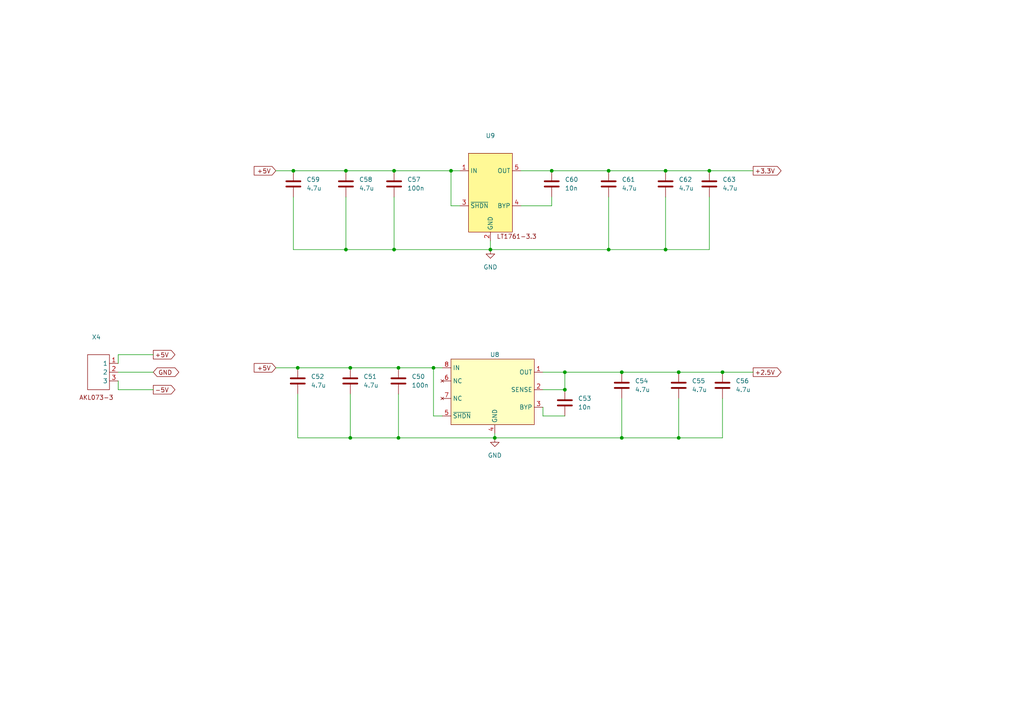
<source format=kicad_sch>
(kicad_sch (version 20250114) (generator "eeschema") (generator_version "9.0")
  (paper "A4")
  (lib_symbols
    (symbol "Device:C" (pin_numbers (hide yes)) (pin_names (offset 0.254))
      (property "Reference" "C" (at 0.635 2.54 0))
      (property "Value" "C" (at 0.635 -2.54 0))
      (symbol "C_0_1"
        (polyline (pts (xy -2.032 0.762) (xy 2.032 0.762)) (stroke (width 0.508)))
        (polyline (pts (xy -2.032 -0.762) (xy 2.032 -0.762)) (stroke (width 0.508)))
      )
      (symbol "C_1_1"
        (pin passive line (at 0 3.81 270) (length 2.794) (name "~") (number "1"))
        (pin passive line (at 0 -3.81 90) (length 2.794) (name "~") (number "2"))
      )
    )
    (symbol "LT1761IS5-3.3:LT176-X"
      (property "Reference" "U9" (at 0 15.24 0))
      (symbol "LT176-X_1_1"
        (rectangle (start -6.35 11.43) (end 6.35 -11.43) (fill (type color) (color 255 249 150 1)))
        (text "LT1761-3.3\n" (at 7.62 -12.7 0) (effects (font (size 1.27 1.27))))
        (pin input line (at -8.89 6.35 0) (length 2.54) (name "IN") (number "1"))
        (pin input line (at -8.89 -3.81 0) (length 2.54) (name "~{SHDN}") (number "3"))
        (pin passive line (at 0 -13.97 90) (length 2.54) (name "GND") (number "2"))
        (pin output line (at 8.89 6.35 180) (length 2.54) (name "OUT") (number "5"))
        (pin output line (at 8.89 -3.81 180) (length 2.54) (name "BYP") (number "4"))
      )
    )
    (symbol "LT1762EMS8-2V5-new:LT1762EMS8-2V5"
      (property "Reference" "U8" (at 0 14.986 0))
      (symbol "LT1762EMS8-2V5_1_1"
        (rectangle (start -12.7 12.7) (end 11.43 -6.35) (fill (type background)))
        (pin input line (at -15.24 10.16 0) (length 2.54) (name "IN") (number "8"))
        (pin no_connect line (at -15.24 6.35 0) (length 2.54) (name "NC") (number "6"))
        (pin no_connect line (at -15.24 1.27 0) (length 2.54) (name "NC") (number "7"))
        (pin input line (at -15.24 -3.81 0) (length 2.54) (name "~{SHDN}") (number "5"))
        (pin power_out line (at 0 -8.89 90) (length 2.54) (name "GND") (number "4"))
        (pin output line (at 13.97 8.89 180) (length 2.54) (name "OUT") (number "1"))
        (pin input line (at 13.97 3.81 180) (length 2.54) (name "SENSE") (number "2"))
        (pin output line (at 13.97 -1.27 180) (length 2.54) (name "BYP") (number "3"))
      )
    )
    (symbol "MetzConnect_AKL_073-3-new:MetzConnect_AKL_073-3"
      (property "Reference" "X4" (at 0 7.62 0))
      (symbol "MetzConnect_AKL_073-3_0_1"
        (rectangle (start -2.54 6.35) (end 3.81 -3.81))
      )
      (symbol "MetzConnect_AKL_073-3_1_1"
        (text "AKL073-3\n\n\n\n\n" (at 0 -10.16 0) (effects (font (size 1.27 1.27))))
        (pin output line (at 6.35 3.81 180) (length 2.54) (name "1") (number "1"))
        (pin passive line (at 6.35 1.27 180) (length 2.54) (name "2") (number "2"))
        (pin output line (at 6.35 -1.27 180) (length 2.54) (name "3") (number "3"))
      )
    )
    (symbol "power:GND" (power) (pin_numbers (hide yes)) (pin_names (offset 0) (hide yes))
      (property "Value" "GND" (at 0 -3.81 0))
      (symbol "GND_0_1"
        (polyline (pts (xy 0 0) (xy 0 -1.27) (xy 1.27 -1.27) (xy 0 -2.54) (xy -1.27 -1.27) (xy 0 -1.27)))
      )
      (symbol "GND_1_1"
        (pin power_in line (at 0 0 270) (length 0) (name "~") (number "1"))
      )
    )
  )
  (junction (at 193.04 49.53))
  (junction (at 142.24 72.39))
  (junction (at 180.34 107.95))
  (junction (at 115.57 106.68))
  (junction (at 100.33 49.53))
  (junction (at 176.53 72.39))
  (junction (at 125.73 106.68))
  (junction (at 196.85 127))
  (junction (at 130.81 49.53))
  (junction (at 163.83 107.95))
  (junction (at 101.6 127))
  (junction (at 114.3 49.53))
  (junction (at 196.85 107.95))
  (junction (at 193.04 72.39))
  (junction (at 115.57 127))
  (junction (at 85.09 49.53))
  (junction (at 143.51 127))
  (junction (at 205.74 49.53))
  (junction (at 209.55 107.95))
  (junction (at 180.34 127))
  (junction (at 101.6 106.68))
  (junction (at 163.83 113.03))
  (junction (at 114.3 72.39))
  (junction (at 100.33 72.39))
  (junction (at 160.02 49.53))
  (junction (at 176.53 49.53))
  (junction (at 86.36 106.68))
  (wire (pts (xy 34.29 113.03) (xy 34.29 110.49)))
  (wire (pts (xy 143.51 125.73) (xy 143.51 127)))
  (wire (pts (xy 157.48 107.95) (xy 163.83 107.95)))
  (wire (pts (xy 193.04 57.15) (xy 193.04 72.39)))
  (wire (pts (xy 86.36 114.3) (xy 86.36 127)))
  (wire (pts (xy 193.04 72.39) (xy 176.53 72.39)))
  (wire (pts (xy 115.57 127) (xy 143.51 127)))
  (wire (pts (xy 160.02 49.53) (xy 176.53 49.53)))
  (wire (pts (xy 157.48 113.03) (xy 163.83 113.03)))
  (wire (pts (xy 163.83 107.95) (xy 163.83 113.03)))
  (wire (pts (xy 196.85 107.95) (xy 209.55 107.95)))
  (wire (pts (xy 176.53 72.39) (xy 142.24 72.39)))
  (wire (pts (xy 180.34 127) (xy 143.51 127)))
  (wire (pts (xy 125.73 120.65) (xy 125.73 106.68)))
  (wire (pts (xy 133.35 59.69) (xy 130.81 59.69)))
  (wire (pts (xy 34.29 107.95) (xy 44.45 107.95)))
  (wire (pts (xy 100.33 49.53) (xy 114.3 49.53)))
  (wire (pts (xy 160.02 59.69) (xy 151.13 59.69)))
  (wire (pts (xy 101.6 127) (xy 115.57 127)))
  (wire (pts (xy 130.81 49.53) (xy 133.35 49.53)))
  (wire (pts (xy 176.53 57.15) (xy 176.53 72.39)))
  (wire (pts (xy 209.55 107.95) (xy 218.44 107.95)))
  (wire (pts (xy 115.57 106.68) (xy 125.73 106.68)))
  (wire (pts (xy 100.33 57.15) (xy 100.33 72.39)))
  (wire (pts (xy 86.36 127) (xy 101.6 127)))
  (wire (pts (xy 151.13 49.53) (xy 160.02 49.53)))
  (wire (pts (xy 100.33 72.39) (xy 114.3 72.39)))
  (wire (pts (xy 205.74 49.53) (xy 218.44 49.53)))
  (wire (pts (xy 85.09 72.39) (xy 100.33 72.39)))
  (wire (pts (xy 80.01 106.68) (xy 86.36 106.68)))
  (wire (pts (xy 180.34 107.95) (xy 196.85 107.95)))
  (wire (pts (xy 44.45 113.03) (xy 34.29 113.03)))
  (wire (pts (xy 125.73 106.68) (xy 128.27 106.68)))
  (wire (pts (xy 101.6 106.68) (xy 115.57 106.68)))
  (wire (pts (xy 160.02 57.15) (xy 160.02 59.69)))
  (wire (pts (xy 209.55 115.57) (xy 209.55 127)))
  (wire (pts (xy 115.57 114.3) (xy 115.57 127)))
  (wire (pts (xy 85.09 49.53) (xy 100.33 49.53)))
  (wire (pts (xy 196.85 127) (xy 180.34 127)))
  (wire (pts (xy 85.09 57.15) (xy 85.09 72.39)))
  (wire (pts (xy 114.3 57.15) (xy 114.3 72.39)))
  (wire (pts (xy 142.24 69.85) (xy 142.24 72.39)))
  (wire (pts (xy 176.53 49.53) (xy 193.04 49.53)))
  (wire (pts (xy 101.6 114.3) (xy 101.6 127)))
  (wire (pts (xy 157.48 120.65) (xy 157.48 118.11)))
  (wire (pts (xy 180.34 115.57) (xy 180.34 127)))
  (wire (pts (xy 114.3 72.39) (xy 142.24 72.39)))
  (wire (pts (xy 114.3 49.53) (xy 130.81 49.53)))
  (wire (pts (xy 80.01 49.53) (xy 85.09 49.53)))
  (wire (pts (xy 34.29 105.41) (xy 34.29 102.87)))
  (wire (pts (xy 128.27 120.65) (xy 125.73 120.65)))
  (wire (pts (xy 205.74 57.15) (xy 205.74 72.39)))
  (wire (pts (xy 163.83 120.65) (xy 157.48 120.65)))
  (wire (pts (xy 193.04 49.53) (xy 205.74 49.53)))
  (wire (pts (xy 196.85 115.57) (xy 196.85 127)))
  (wire (pts (xy 130.81 59.69) (xy 130.81 49.53)))
  (wire (pts (xy 205.74 72.39) (xy 193.04 72.39)))
  (wire (pts (xy 209.55 127) (xy 196.85 127)))
  (wire (pts (xy 86.36 106.68) (xy 101.6 106.68)))
  (wire (pts (xy 163.83 107.95) (xy 180.34 107.95)))
  (wire (pts (xy 34.29 102.87) (xy 44.45 102.87)))
  (global_label "+5V" (shape input) (at 80.01 106.68 180) (property "Intersheetrefs" "${INTERSHEET_REFS}" (effects (hide yes))))
  (global_label "+3.3V" (shape output) (at 218.44 49.53 0) (property "Intersheetrefs" "${INTERSHEET_REFS}" (effects (hide yes))))
  (global_label "+5V" (shape output) (at 44.45 102.87 0) (property "Intersheetrefs" "${INTERSHEET_REFS}" (effects (hide yes))))
  (global_label "GND" (shape bidirectional) (at 44.45 107.95 0) (property "Intersheetrefs" "${INTERSHEET_REFS}" (effects (hide yes))))
  (global_label "-5V" (shape output) (at 44.45 113.03 0) (property "Intersheetrefs" "${INTERSHEET_REFS}" (effects (hide yes))))
  (global_label "+2.5V" (shape output) (at 218.44 107.95 0) (property "Intersheetrefs" "${INTERSHEET_REFS}" (effects (hide yes))))
  (global_label "+5V" (shape input) (at 80.01 49.53 180) (property "Intersheetrefs" "${INTERSHEET_REFS}" (effects (hide yes))))
  (symbol (lib_id "Device:C") (at 205.74 53.34 0) (unit 1)
    (property "Reference" "C63" (at 209.55 52.0699 0) (effects (justify left)))
    (property "Value" "4.7u" (at 209.55 54.6099 0) (effects (justify left)))
    (property "Footprint" "Capacitor_SMD:C_0603_1608Metric_Pad1.08x0.95mm_HandSolder" (effects (hide yes)))
    (property "Description" "Unpolarized capacitor" (effects (hide yes)))
  )
  (symbol (lib_id "Device:C") (at 86.36 110.49 0) (unit 1)
    (property "Reference" "C52" (at 90.17 109.2199 0) (effects (justify left)))
    (property "Value" "4.7u" (at 90.17 111.7599 0) (effects (justify left)))
    (property "Footprint" "Capacitor_SMD:C_0603_1608Metric_Pad1.08x0.95mm_HandSolder" (effects (hide yes)))
    (property "Description" "Unpolarized capacitor" (effects (hide yes)))
  )
  (symbol (lib_id "Device:C") (at 163.83 116.84 0) (unit 1)
    (property "Reference" "C53" (at 167.64 115.5699 0) (effects (justify left)))
    (property "Value" "10n" (at 167.64 118.1099 0) (effects (justify left)))
    (property "Footprint" "Capacitor_SMD:C_0603_1608Metric_Pad1.08x0.95mm_HandSolder" (effects (hide yes)))
    (property "Description" "Unpolarized capacitor" (effects (hide yes)))
  )
  (symbol (lib_id "Device:C") (at 176.53 53.34 0) (unit 1)
    (property "Reference" "C61" (at 180.34 52.0699 0) (effects (justify left)))
    (property "Value" "4.7u" (at 180.34 54.6099 0) (effects (justify left)))
    (property "Footprint" "Capacitor_SMD:C_0603_1608Metric_Pad1.08x0.95mm_HandSolder" (effects (hide yes)))
    (property "Description" "Unpolarized capacitor" (effects (hide yes)))
  )
  (symbol (lib_id "Device:C") (at 209.55 111.76 0) (unit 1)
    (property "Reference" "C56" (at 213.36 110.4899 0) (effects (justify left)))
    (property "Value" "4.7u" (at 213.36 113.0299 0) (effects (justify left)))
    (property "Footprint" "Capacitor_SMD:C_0603_1608Metric_Pad1.08x0.95mm_HandSolder" (effects (hide yes)))
    (property "Description" "Unpolarized capacitor" (effects (hide yes)))
  )
  (symbol (lib_id "Device:C") (at 115.57 110.49 0) (unit 1)
    (property "Reference" "C50" (at 119.38 109.2199 0) (effects (justify left)))
    (property "Value" "100n" (at 119.38 111.7599 0) (effects (justify left)))
    (property "Footprint" "Capacitor_SMD:C_0603_1608Metric_Pad1.08x0.95mm_HandSolder" (effects (hide yes)))
    (property "Description" "Unpolarized capacitor" (effects (hide yes)))
  )
  (symbol (lib_id "Device:C") (at 193.04 53.34 0) (unit 1)
    (property "Reference" "C62" (at 196.85 52.0699 0) (effects (justify left)))
    (property "Value" "4.7u" (at 196.85 54.6099 0) (effects (justify left)))
    (property "Footprint" "Capacitor_SMD:C_0603_1608Metric_Pad1.08x0.95mm_HandSolder" (effects (hide yes)))
    (property "Description" "Unpolarized capacitor" (effects (hide yes)))
  )
  (symbol (lib_id "LT1762EMS8-2V5-new:LT1762EMS8-2V5") (at 143.51 116.84 0) (unit 1)
    (property "Reference" "U8" (at 143.51 102.87 0))
    (property "Footprint" "LT1762EMS8-2.5:LT1762EMS8-2.5" (effects (hide yes)))
  )
  (symbol (lib_id "power:GND") (at 142.24 72.39 0) (unit 1)
    (property "Reference" "#PWR1" (effects (hide yes)))
    (property "Value" "GND" (at 142.24 77.47 0))
    (property "Description" "Power symbol creates a global label with name \"GND\" , ground" (effects (hide yes)))
  )
  (symbol (lib_id "Device:C") (at 101.6 110.49 0) (unit 1)
    (property "Reference" "C51" (at 105.41 109.2199 0) (effects (justify left)))
    (property "Value" "4.7u" (at 105.41 111.7599 0) (effects (justify left)))
    (property "Footprint" "Capacitor_SMD:C_0603_1608Metric_Pad1.08x0.95mm_HandSolder" (effects (hide yes)))
    (property "Description" "Unpolarized capacitor" (effects (hide yes)))
  )
  (symbol (lib_id "Device:C") (at 114.3 53.34 0) (unit 1)
    (property "Reference" "C57" (at 118.11 52.0699 0) (effects (justify left)))
    (property "Value" "100n" (at 118.11 54.6099 0) (effects (justify left)))
    (property "Footprint" "Capacitor_SMD:C_0603_1608Metric_Pad1.08x0.95mm_HandSolder" (effects (hide yes)))
    (property "Description" "Unpolarized capacitor" (effects (hide yes)))
  )
  (symbol (lib_id "Device:C") (at 85.09 53.34 0) (unit 1)
    (property "Reference" "C59" (at 88.9 52.0699 0) (effects (justify left)))
    (property "Value" "4.7u" (at 88.9 54.6099 0) (effects (justify left)))
    (property "Footprint" "Capacitor_SMD:C_0603_1608Metric_Pad1.08x0.95mm_HandSolder" (effects (hide yes)))
    (property "Description" "Unpolarized capacitor" (effects (hide yes)))
  )
  (symbol (lib_id "Device:C") (at 180.34 111.76 0) (unit 1)
    (property "Reference" "C54" (at 184.15 110.4899 0) (effects (justify left)))
    (property "Value" "4.7u" (at 184.15 113.0299 0) (effects (justify left)))
    (property "Footprint" "Capacitor_SMD:C_0603_1608Metric_Pad1.08x0.95mm_HandSolder" (effects (hide yes)))
    (property "Description" "Unpolarized capacitor" (effects (hide yes)))
  )
  (symbol (lib_id "Device:C") (at 160.02 53.34 0) (unit 1)
    (property "Reference" "C60" (at 163.83 52.0699 0) (effects (justify left)))
    (property "Value" "10n" (at 163.83 54.6099 0) (effects (justify left)))
    (property "Footprint" "Capacitor_SMD:C_0603_1608Metric_Pad1.08x0.95mm_HandSolder" (effects (hide yes)))
    (property "Description" "Unpolarized capacitor" (effects (hide yes)))
  )
  (symbol (lib_id "MetzConnect_AKL_073-3-new:MetzConnect_AKL_073-3") (at 27.94 109.22 0) (unit 1)
    (property "Reference" "X4" (at 27.94 97.79 0))
    (property "Footprint" "AKL073-3:AKL073-3.pretty" (effects (hide yes)))
  )
  (symbol (lib_id "Device:C") (at 100.33 53.34 0) (unit 1)
    (property "Reference" "C58" (at 104.14 52.0699 0) (effects (justify left)))
    (property "Value" "4.7u" (at 104.14 54.6099 0) (effects (justify left)))
    (property "Footprint" "Capacitor_SMD:C_0603_1608Metric_Pad1.08x0.95mm_HandSolder" (effects (hide yes)))
    (property "Description" "Unpolarized capacitor" (effects (hide yes)))
  )
  (symbol (lib_id "power:GND") (at 143.51 127 0) (unit 1)
    (property "Reference" "#PWR2" (effects (hide yes)))
    (property "Value" "GND" (at 143.51 132.08 0))
    (property "Description" "Power symbol creates a global label with name \"GND\" , ground" (effects (hide yes)))
  )
  (symbol (lib_id "LT1761IS5-3.3:LT176-X") (at 142.24 55.88 0) (unit 1)
    (property "Reference" "U9" (at 142.24 39.37 0))
    (property "Footprint" "LT1761IS5-3.3:LT1761IS5-3.3" (effects (hide yes)))
  )
  (symbol (lib_id "Device:C") (at 196.85 111.76 0) (unit 1)
    (property "Reference" "C55" (at 200.66 110.4899 0) (effects (justify left)))
    (property "Value" "4.7u" (at 200.66 113.0299 0) (effects (justify left)))
    (property "Footprint" "Capacitor_SMD:C_0603_1608Metric_Pad1.08x0.95mm_HandSolder" (effects (hide yes)))
    (property "Description" "Unpolarized capacitor" (effects (hide yes)))
  )
)
</source>
